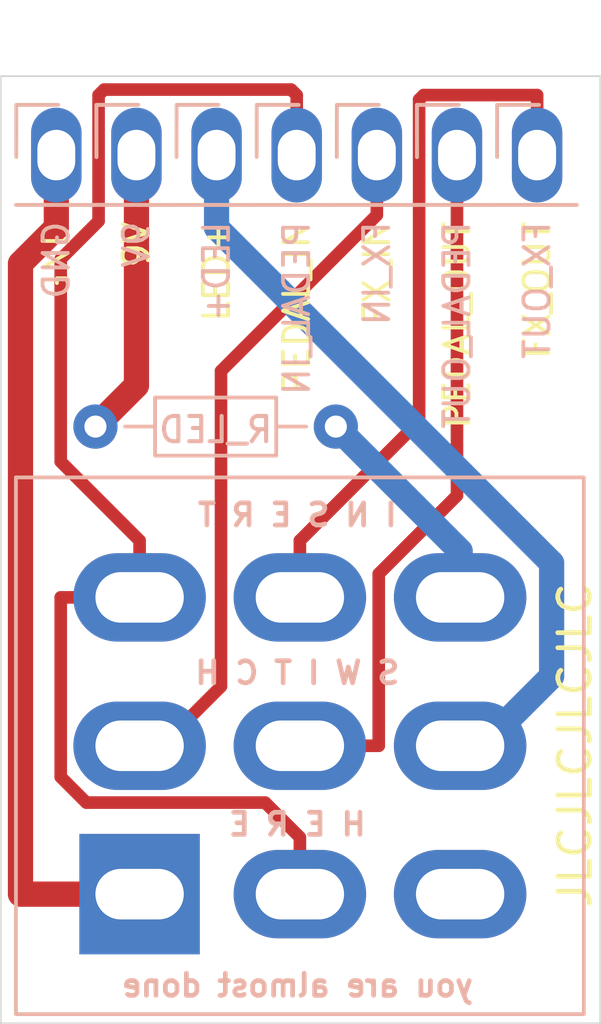
<source format=kicad_pcb>
(kicad_pcb (version 20211014) (generator pcbnew)
  (layers (0 "F.Cu" signal) (31 "B.Cu" signal) (34 "B.Paste" user) (35 "F.Paste" user) (36 "B.SilkS" user "B.Silkscreen") (37 "F.SilkS" user "F.Silkscreen") (38 "B.Mask" user) (39 "F.Mask" user) (44 "Edge.Cuts" user))
  (net 0 "")
  (net 1 "FX_OUT")
  (net 2 "PEDAL_OUT")
  (net 3 "FX_IN")
  (net 4 "GND")
  (net 5 "+9V")
  (net 6 "LED+")
  (net 7 "PEDAL_IN")
  (net 8 "Net-(R1-Pad2)")
  (net 9 "Net-(SW1-Pad7)")
  (footprint "pedal-component-footprint:BoardHeader_1x07_P2.54mm_Long_SwitchSide" (layer "F.Cu") (at 68.88 39)
    (fp_text reference "J1")
    (fp_text value "PedalBoardHeader")
    (fp_text user "LED+" (at -2.54 2.032 90) (layer "B.SilkS") (effects (font (size 0.8 0.8) (thickness 0.12)) (justify left mirror)))
    (fp_text user "PEDAL_IN" (at 0 2.032 90) (layer "B.SilkS") (effects (font (size 0.8 0.8) (thickness 0.12)) (justify left mirror)))
    (fp_text user "PEDAL_OUT" (at 5.08 2.032 90) (layer "B.SilkS") (effects (font (size 0.8 0.8) (thickness 0.12)) (justify left mirror)))
    (fp_text user "FX_OUT" (at 7.62 2.032 90) (layer "B.SilkS") (effects (font (size 0.8 0.8) (thickness 0.12)) (justify left mirror)))
    (fp_text user "FX_IN" (at 2.54 2.032 90) (layer "B.SilkS") (effects (font (size 0.8 0.8) (thickness 0.12)) (justify left mirror)))
    (fp_text user "9V" (at -5.08 2.032 90) (layer "B.SilkS") (effects (font (size 0.8 0.8) (thickness 0.12)) (justify left mirror)))
    (fp_text user "GND" (at -7.62 2.032 90) (layer "B.SilkS") (effects (font (size 0.8 0.8) (thickness 0.12)) (justify left mirror)))
    (fp_text user "PEDAL_IN" (at 0 2.032 90) (layer "F.SilkS") (effects (font (size 0.8 0.8) (thickness 0.12)) (justify right)))
    (fp_text user "FX_IN" (at 2.54 2.032 90) (layer "F.SilkS") (effects (font (size 0.8 0.8) (thickness 0.12)) (justify right)))
    (fp_text user "LED+" (at -2.54 2.032 90) (layer "F.SilkS") (effects (font (size 0.8 0.8) (thickness 0.12)) (justify right)))
    (fp_text user "9V" (at -5.08 2.032 90) (layer "F.SilkS") (effects (font (size 0.8 0.8) (thickness 0.12)) (justify right)))
    (fp_text user "GND" (at -7.62 2.032 90) (layer "F.SilkS") (effects (font (size 0.8 0.8) (thickness 0.12)) (justify right)))
    (fp_text user "PEDAL_OUT" (at 5.08 2.032 90) (layer "F.SilkS") (effects (font (size 0.8 0.8) (thickness 0.12)) (justify right)))
    (fp_text user "FX_OUT" (at 7.62 2.032 90) (layer "F.SilkS") (effects (font (size 0.8 0.8) (thickness 0.12)) (justify right)))
    (fp_line (start 1.2735 -1.59) (end 2.6035 -1.59) (layer "B.SilkS") (width 0.12))
    (fp_line (start -3.8065 -1.59) (end -2.4765 -1.59) (layer "B.SilkS") (width 0.12))
    (fp_line (start -6.36 1.58) (end -3.82 1.58) (layer "B.SilkS") (width 0.12))
    (fp_line (start -1.27 0.0635) (end -1.2665 -1.59) (layer "B.SilkS") (width 0.12))
    (fp_line (start -6.3465 -1.59) (end -5.0165 -1.59) (layer "B.SilkS") (width 0.12))
    (fp_line (start 3.8 1.58) (end 6.34 1.58) (layer "B.SilkS") (width 0.12))
    (fp_line (start -8.9 1.58) (end -6.36 1.58) (layer "B.SilkS") (width 0.12))
    (fp_line (start -1.28 1.58) (end 1.26 1.58) (layer "B.SilkS") (width 0.12))
    (fp_line (start 6.34 1.58) (end 8.88 1.58) (layer "B.SilkS") (width 0.12))
    (fp_line (start 1.26 1.58) (end 3.8 1.58) (layer "B.SilkS") (width 0.12))
    (fp_line (start -8.8865 -1.59) (end -7.5565 -1.59) (layer "B.SilkS") (width 0.12))
    (fp_line (start 6.3535 -1.59) (end 7.6835 -1.59) (layer "B.SilkS") (width 0.12))
    (fp_line (start -6.35 0.0635) (end -6.3465 -1.59) (layer "B.SilkS") (width 0.12))
    (fp_line (start -1.2665 -1.59) (end 0.0635 -1.59) (layer "B.SilkS") (width 0.12))
    (fp_line (start -3.81 0.0635) (end -3.8065 -1.59) (layer "B.SilkS") (width 0.12))
    (fp_line (start -8.89 0.0635) (end -8.8865 -1.59) (layer "B.SilkS") (width 0.12))
    (fp_line (start 3.8135 -1.59) (end 5.1435 -1.59) (layer "B.SilkS") (width 0.12))
    (fp_line (start -3.82 1.58) (end -1.28 1.58) (layer "B.SilkS") (width 0.12))
    (fp_line (start 1.27 0.0635) (end 1.2735 -1.59) (layer "B.SilkS") (width 0.12))
    (fp_line (start 3.81 0.0635) (end 3.8135 -1.59) (layer "B.SilkS") (width 0.12))
    (fp_line (start 6.35 0.0635) (end 6.3535 -1.59) (layer "B.SilkS") (width 0.12))
    (fp_line (start -6.35 -1.59) (end -5.02 -1.59) (layer "F.SilkS") (width 0.12))
    (fp_line (start -3.8065 0.0635) (end -3.81 -1.59) (layer "F.SilkS") (width 0.12))
    (fp_line (start 1.27 -1.59) (end 2.6 -1.59) (layer "F.SilkS") (width 0.12))
    (fp_line (start 1.26 1.5765) (end 3.8 1.58) (layer "F.SilkS") (width 0.12))
    (fp_line (start -1.2665 0.0635) (end -1.27 -1.59) (layer "F.SilkS") (width 0.12))
    (fp_line (start -6.36 1.5765) (end -3.82 1.58) (layer "F.SilkS") (width 0.12))
    (fp_line (start 6.34 1.5765) (end 8.88 1.58) (layer "F.SilkS") (width 0.12))
    (fp_line (start -8.9 1.5765) (end -6.36 1.58) (layer "F.SilkS") (width 0.12))
    (fp_line (start 1.2735 0.0635) (end 1.27 -1.59) (layer "F.SilkS") (width 0.12))
    (fp_line (start 3.8135 0.0635) (end 3.81 -1.59) (layer "F.SilkS") (width 0.12))
    (fp_line (start -3.81 -1.59) (end -2.48 -1.59) (layer "F.SilkS") (width 0.12))
    (fp_line (start -8.8865 0.0635) (end -8.89 -1.59) (layer "F.SilkS") (width 0.12))
    (fp_line (start -6.3465 0.0635) (end -6.35 -1.59) (layer "F.SilkS") (width 0.12))
    (fp_line (start 6.35 -1.59) (end 7.68 -1.59) (layer "F.SilkS") (width 0.12))
    (fp_line (start 3.8 1.5765) (end 6.34 1.58) (layer "F.SilkS") (width 0.12))
    (fp_line (start -8.89 -1.59) (end -7.56 -1.59) (layer "F.SilkS") (width 0.12))
    (fp_line (start -1.28 1.5765) (end 1.26 1.58) (layer "F.SilkS") (width 0.12))
    (fp_line (start -1.27 -1.59) (end 0.06 -1.59) (layer "F.SilkS") (width 0.12))
    (fp_line (start 3.81 -1.59) (end 5.14 -1.59) (layer "F.SilkS") (width 0.12))
    (fp_line (start -3.82 1.5765) (end -1.28 1.58) (layer "F.SilkS") (width 0.12))
    (fp_line (start 6.3535 0.0635) (end 6.35 -1.59) (layer "F.SilkS") (width 0.12))
    (pad "1" thru_hole oval locked (at -7.62 0) (size 1.6 3) (drill oval 1.2 1.6) (layers *.Cu *.Mask) (net 4 "GND"))
    (pad "2" thru_hole oval locked (at -5.08 0) (size 1.6 3) (drill oval 1.2 1.6) (layers *.Cu *.Mask) (net 5 "+9V"))
    (pad "3" thru_hole oval locked (at -2.54 0) (size 1.6 3) (drill oval 1.2 1.6) (layers *.Cu *.Mask) (net 6 "LED+"))
    (pad "4" thru_hole oval locked (at 0 0) (size 1.6 3) (drill oval 1.2 1.6) (layers *.Cu *.Mask) (net 7 "PEDAL_IN"))
    (pad "5" thru_hole oval locked (at 2.54 0) (size 1.6 3) (drill oval 1.2 1.6) (layers *.Cu *.Mask) (net 3 "FX_IN"))
    (pad "6" thru_hole oval locked (at 5.08 0) (size 1.6 3) (drill oval 1.2 1.6) (layers *.Cu *.Mask) (net 2 "PEDAL_OUT"))
    (pad "7" thru_hole oval locked (at 7.62 0) (size 1.6 3) (drill oval 1.2 1.6) (layers *.Cu *.Mask) (net 1 "FX_OUT"))
  )
  (footprint "Resistor_THT:R_Axial_DIN0204_L3.6mm_D1.6mm_P7.62mm_Horizontal" (layer "B.Cu") (at 62.5 47.6)
    (fp_text reference "R1" hide)
    (fp_text value "R_LED" (at 3.81 0.1) (layer "B.SilkS") (effects (font (size 0.8 0.8) (thickness 0.13)) (justify mirror)))
    (fp_line (start 5.73 -0.92) (end 5.73 0.92) (layer "B.SilkS") (width 0.12))
    (fp_line (start 1.89 -0.92) (end 5.73 -0.92) (layer "B.SilkS") (width 0.12))
    (fp_line (start 6.68 0) (end 5.73 0) (layer "B.SilkS") (width 0.12))
    (fp_line (start 5.73 0.92) (end 1.89 0.92) (layer "B.SilkS") (width 0.12))
    (fp_line (start 1.89 0.92) (end 1.89 -0.92) (layer "B.SilkS") (width 0.12))
    (fp_line (start 0.94 0) (end 1.89 0) (layer "B.SilkS") (width 0.12))
    (pad "1" thru_hole circle locked (at 0 0) (size 1.4 1.4) (drill 0.7) (layers *.Cu *.Mask) (net 5 "+9V"))
    (pad "2" thru_hole oval locked (at 7.62 0) (size 1.4 1.4) (drill 0.7) (layers *.Cu *.Mask) (net 8 "Net-(R1-Pad2)"))
  )
  (footprint "pedal-component-footprint:3PDT.LUGS.FLPVSK" (layer "B.Cu") (at 68.98 57.71)
    (fp_text reference "SW1")
    (fp_text value "pedalmarkt.com")
    (fp_line (start 9 8.5) (end 9 -8.5) (layer "B.SilkS") (width 0.12))
    (fp_line (start 9 -8.5) (end -9 -8.5) (layer "B.SilkS") (width 0.12))
    (fp_line (start -9 -8.5) (end -9 8.5) (layer "B.SilkS") (width 0.12))
    (fp_line (start -9 8.5) (end 9 8.5) (layer "B.SilkS") (width 0.12))
    (pad "1" thru_hole rect locked (at -5.08 4.7 180) (size 3.816 3.816) (drill oval 2.8 1.6) (layers *.Cu *.Mask) (net 4 "GND"))
    (pad "2" thru_hole oval locked (at -5.08 0 180) (size 4.2 2.8) (drill oval 2.8 1.6) (layers *.Cu *.Mask) (net 3 "FX_IN"))
    (pad "3" thru_hole oval locked (at -5.08 -4.7 180) (size 4.2 2.8) (drill oval 2.8 1.6) (layers *.Cu *.Mask) (net 7 "PEDAL_IN"))
    (pad "4" thru_hole oval locked (at 0 4.7 180) (size 4.2 2.8) (drill oval 2.8 1.6) (layers *.Cu *.Mask) (net 7 "PEDAL_IN"))
    (pad "5" thru_hole oval locked (at 0 0 180) (size 4.2 2.8) (drill oval 2.8 1.6) (layers *.Cu *.Mask) (net 2 "PEDAL_OUT"))
    (pad "6" thru_hole oval locked (at 0 -4.7 180) (size 4.2 2.8) (drill oval 2.8 1.6) (layers *.Cu *.Mask) (net 1 "FX_OUT"))
    (pad "7" thru_hole oval locked (at 5.08 4.7 180) (size 4.2 2.8) (drill oval 2.8 1.6) (layers *.Cu *.Mask) (net 9 "Net-(SW1-Pad7)"))
    (pad "8" thru_hole oval locked (at 5.08 0 180) (size 4.2 2.8) (drill oval 2.8 1.6) (layers *.Cu *.Mask) (net 6 "LED+"))
    (pad "9" thru_hole oval locked (at 5.08 -4.7 180) (size 4.2 2.8) (drill oval 2.8 1.6) (layers *.Cu *.Mask) (net 8 "Net-(R1-Pad2)"))
  )
  (gr_line (start 59.5 36.5) (end 59.5 66.5) (layer "Edge.Cuts") (width 0.05))
  (gr_line (start 78.5 66.5) (end 78.5 36.5) (layer "Edge.Cuts") (width 0.05))
  (gr_line (start 59.5 66.5) (end 78.5 66.5) (layer "Edge.Cuts") (width 0.05))
  (gr_line (start 78.5 36.5) (end 59.5 36.5) (layer "Edge.Cuts") (width 0.05))
  (gr_text "S W I T C H" (at 68.9 55.4) (layer "B.SilkS") (effects (font (size 0.7 0.7)) (justify mirror)))
  (gr_text "H E R E" (at 68.9 60.2) (layer "B.SilkS") (effects (font (size 0.7 0.7)) (justify mirror)))
  (gr_text "you are almost done" (at 68.9 65.3) (layer "B.SilkS") (effects (font (size 0.7 0.7)) (justify mirror)))
  (gr_text "I N S E R T" (at 68.9 50.4) (layer "B.SilkS") (effects (font (size 0.7 0.7)) (justify mirror)))
  (gr_text "JLCJLCJLCJLC" (at 77.7 57.7 90) (layer "F.SilkS") (effects (font (size 1 1))))
  (segment (start 72.75999 37.24001) (end 72.90001 37.09999) (width 0.4) (layer "F.Cu") (net 1))
  (segment (start 68.98 51.21) (end 72.75999 47.43001) (width 0.4) (layer "F.Cu") (net 1))
  (segment (start 76.5 37.1) (end 76.5 39) (width 0.4) (layer "F.Cu") (net 1))
  (segment (start 72.90001 37.09999) (end 76.49999 37.09999) (width 0.4) (layer "F.Cu") (net 1))
  (segment (start 72.75999 47.43001) (end 72.75999 37.24001) (width 0.4) (layer "F.Cu") (net 1))
  (segment (start 68.98 53.01) (end 68.98 51.21) (width 0.4) (layer "F.Cu") (net 1))
  (segment (start 76.49999 37.09999) (end 76.5 37.1) (width 0.4) (layer "F.Cu") (net 1))
  (segment (start 73.96 39) (end 73.96 49.784422) (width 0.4) (layer "F.Cu") (net 2))
  (segment (start 71.48 57.71) (end 68.98 57.71) (width 0.4) (layer "F.Cu") (net 2))
  (segment (start 73.96 49.784422) (end 71.48001 52.264412) (width 0.4) (layer "F.Cu") (net 2))
  (segment (start 71.48001 57.70999) (end 71.48 57.71) (width 0.4) (layer "F.Cu") (net 2))
  (segment (start 71.48001 52.264412) (end 71.48001 57.70999) (width 0.4) (layer "F.Cu") (net 2))
  (segment (start 71.42 40.9) (end 71.42 39) (width 0.4) (layer "F.Cu") (net 3))
  (segment (start 66.47999 45.84001) (end 71.42 40.9) (width 0.4) (layer "F.Cu") (net 3))
  (segment (start 63.9 57.71) (end 64.6 57.71) (width 0.4) (layer "F.Cu") (net 3))
  (segment (start 66.47999 55.83001) (end 66.47999 45.84001) (width 0.4) (layer "F.Cu") (net 3))
  (segment (start 64.6 57.71) (end 66.47999 55.83001) (width 0.4) (layer "F.Cu") (net 3))
  (segment (start 60.12501 42.43499) (end 60.12501 62.41) (width 0.8) (layer "F.Cu") (net 4))
  (segment (start 60.12501 62.41) (end 63.9 62.41) (width 0.8) (layer "F.Cu") (net 4))
  (segment (start 61.26 39) (end 61.26 41.3) (width 0.8) (layer "F.Cu") (net 4))
  (segment (start 61.26 41.3) (end 60.12501 42.43499) (width 0.8) (layer "F.Cu") (net 4))
  (segment (start 63.8 46.3) (end 63.8 39) (width 0.8) (layer "F.Cu") (net 5))
  (segment (start 62.5 47.6) (end 63.8 46.3) (width 0.8) (layer "F.Cu") (net 5))
  (segment (start 66.34 41.3) (end 76.96 51.92) (width 0.8) (layer "B.Cu") (net 6))
  (segment (start 66.34 39) (end 66.34 41.3) (width 0.8) (layer "B.Cu") (net 6))
  (segment (start 74.76 57.71) (end 74.06 57.71) (width 0.8) (layer "B.Cu") (net 6))
  (segment (start 76.96 55.51) (end 74.76 57.71) (width 0.8) (layer "B.Cu") (net 6))
  (segment (start 76.96 51.92) (end 76.96 55.51) (width 0.8) (layer "B.Cu") (net 6))
  (segment (start 61.399999 42.291385) (end 62.59999 41.091394) (width 0.4) (layer "F.Cu") (net 7))
  (segment (start 68.70501 36.92501) (end 68.88 37.1) (width 0.4) (layer "F.Cu") (net 7))
  (segment (start 61.39999 58.69999) (end 61.39999 53.01001) (width 0.4) (layer "F.Cu") (net 7))
  (segment (start 61.399999 48.709999) (end 61.399999 42.291385) (width 0.4) (layer "F.Cu") (net 7))
  (segment (start 68.88 37.1) (end 68.88 39) (width 0.4) (layer "F.Cu") (net 7))
  (segment (start 62.21001 59.51001) (end 61.39999 58.69999) (width 0.4) (layer "F.Cu") (net 7))
  (segment (start 62.59999 41.091394) (end 62.59999 37.10001) (width 0.4) (layer "F.Cu") (net 7))
  (segment (start 61.39999 53.01001) (end 61.4 53.01) (width 0.4) (layer "F.Cu") (net 7))
  (segment (start 68.98 62.41) (end 68.98 60.61) (width 0.4) (layer "F.Cu") (net 7))
  (segment (start 63.9 53.01) (end 63.9 51.21) (width 0.4) (layer "F.Cu") (net 7))
  (segment (start 61.4 53.01) (end 63.9 53.01) (width 0.4) (layer "F.Cu") (net 7))
  (segment (start 63.9 51.21) (end 61.399999 48.709999) (width 0.4) (layer "F.Cu") (net 7))
  (segment (start 62.59999 37.10001) (end 62.77499 36.92501) (width 0.4) (layer "F.Cu") (net 7))
  (segment (start 67.88001 59.51001) (end 62.21001 59.51001) (width 0.4) (layer "F.Cu") (net 7))
  (segment (start 68.98 60.61) (end 67.88001 59.51001) (width 0.4) (layer "F.Cu") (net 7))
  (segment (start 62.77499 36.92501) (end 68.70501 36.92501) (width 0.4) (layer "F.Cu") (net 7))
  (segment (start 74.06 51.54) (end 70.12 47.6) (width 0.8) (layer "B.Cu") (net 8))
  (segment (start 74.06 53.01) (end 74.06 51.54) (width 0.8) (layer "B.Cu") (net 8))
)
</source>
